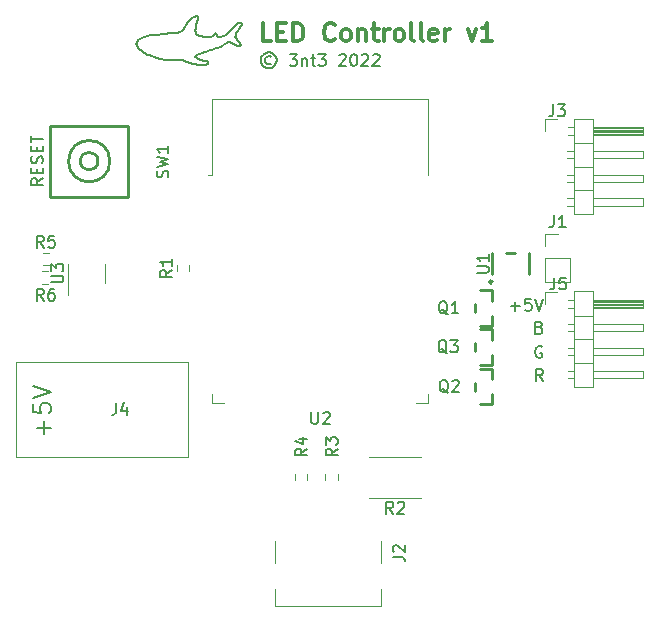
<source format=gbr>
%TF.GenerationSoftware,KiCad,Pcbnew,(6.0.7)*%
%TF.CreationDate,2022-09-29T21:15:40+02:00*%
%TF.ProjectId,ledpcb,6c656470-6362-42e6-9b69-6361645f7063,rev?*%
%TF.SameCoordinates,Original*%
%TF.FileFunction,Legend,Top*%
%TF.FilePolarity,Positive*%
%FSLAX46Y46*%
G04 Gerber Fmt 4.6, Leading zero omitted, Abs format (unit mm)*
G04 Created by KiCad (PCBNEW (6.0.7)) date 2022-09-29 21:15:40*
%MOMM*%
%LPD*%
G01*
G04 APERTURE LIST*
%ADD10C,0.199999*%
%ADD11C,0.150000*%
%ADD12C,0.300000*%
%ADD13C,0.120000*%
%ADD14C,0.250000*%
G04 APERTURE END LIST*
D10*
X116133267Y-77526079D02*
X116136899Y-77557193D01*
X115653959Y-76575602D02*
X115717544Y-76515831D01*
X111940646Y-77978582D02*
X112011477Y-77961939D01*
X120036168Y-76882838D02*
X120042633Y-76899526D01*
X119968759Y-78680366D02*
X119968759Y-78680366D01*
X116237958Y-77784725D02*
X116261493Y-77809633D01*
X119666318Y-77595068D02*
X119634036Y-77650910D01*
X119740215Y-78779913D02*
X119711765Y-78774944D01*
X115198763Y-77251729D02*
X115210456Y-77225639D01*
X111783970Y-79356673D02*
X111768615Y-79350037D01*
X119733580Y-76844322D02*
X119758042Y-76834296D01*
X119576585Y-76991173D02*
X119590392Y-76966274D01*
X116510519Y-80379333D02*
X116510603Y-80379577D01*
X112001019Y-79496087D02*
X111973097Y-79476334D01*
X118929400Y-78468326D02*
X118900928Y-78472806D01*
X116320101Y-76291772D02*
X116339159Y-76305656D01*
X111139090Y-78573595D02*
X111138965Y-78550114D01*
X111138965Y-78550114D02*
X111141101Y-78526831D01*
X119634036Y-77650910D02*
X119604540Y-77707266D01*
X114424666Y-77691536D02*
X114491293Y-77684662D01*
X114424666Y-77691536D02*
X114424666Y-77691536D01*
X116374941Y-79887922D02*
X116428239Y-79914327D01*
X115210456Y-77225639D02*
X115220827Y-77198883D01*
X116482487Y-79939167D02*
X116537757Y-79962260D01*
X114863319Y-77573102D02*
X114917813Y-77543285D01*
X116149402Y-77617984D02*
X116158527Y-77647546D01*
X116200041Y-76253982D02*
X116237135Y-76260570D01*
X116190360Y-77074346D02*
X116162786Y-77202277D01*
X116112059Y-79637518D02*
X116098770Y-79653888D01*
X117062463Y-80359985D02*
X117038571Y-80368038D01*
X111263936Y-78310393D02*
X111284074Y-78290933D01*
X111368237Y-79023026D02*
X111331529Y-78985087D01*
X116349678Y-77878268D02*
X116385355Y-77898926D01*
X116169737Y-77676476D02*
X116183158Y-77704716D01*
X116204763Y-80354706D02*
X116129218Y-80344328D01*
X111146544Y-78621054D02*
X111141582Y-78597250D01*
X115616648Y-80222631D02*
X115546386Y-80197976D01*
X119624093Y-76922117D02*
X119643547Y-76902847D01*
X114051314Y-79994407D02*
X114051314Y-79994407D01*
X115035151Y-80006052D02*
X114955686Y-79992442D01*
X119951894Y-78705283D02*
X119933446Y-78726386D01*
X116232304Y-76809286D02*
X116224353Y-76835033D01*
X117030304Y-80063267D02*
X117061002Y-80067946D01*
X117815549Y-77713733D02*
X117832060Y-77709375D01*
X116831868Y-80045235D02*
X116894731Y-80054073D01*
X119949227Y-78635834D02*
X119959471Y-78657946D01*
X116594118Y-79983426D02*
X116651639Y-80002487D01*
X116217142Y-77758898D02*
X116237958Y-77784725D01*
X119524655Y-77970637D02*
X119522828Y-78001205D01*
X112420194Y-79657789D02*
X112195201Y-79588066D01*
X111230025Y-78838882D02*
X111219900Y-78815872D01*
X115895903Y-76383971D02*
X115935222Y-76361118D01*
X116928694Y-80382193D02*
X116898010Y-80380467D01*
X117105449Y-80339513D02*
X117084780Y-80350426D01*
X115341216Y-80112625D02*
X115341216Y-80112625D01*
X115832306Y-80285516D02*
X115759662Y-80266380D01*
X116510603Y-80379577D02*
X116433701Y-80375812D01*
X111267534Y-78904474D02*
X111253914Y-78883151D01*
X119767930Y-78782719D02*
X119740215Y-78779913D01*
X111284074Y-78290933D02*
X111305223Y-78271969D01*
X111829204Y-79379822D02*
X111799181Y-79363883D01*
X111170180Y-78436186D02*
X111182062Y-78414269D01*
X119968759Y-78680366D02*
X119951894Y-78705283D01*
X119531235Y-78024804D02*
X119540654Y-78048020D01*
X116087459Y-79670852D02*
X116078241Y-79688435D01*
X116198917Y-77732209D02*
X116217142Y-77758898D01*
X116599439Y-80380833D02*
X116510519Y-80379333D01*
X113330731Y-79932399D02*
X113214743Y-79904984D01*
X113685027Y-79989098D02*
X113565754Y-79975078D01*
X119840722Y-78467244D02*
X119871355Y-78508329D01*
X111282177Y-78925298D02*
X111267534Y-78904474D01*
X115538317Y-76704392D02*
X115594324Y-76638625D01*
X119926132Y-78592440D02*
X119949227Y-78635834D01*
X117061002Y-80067946D02*
X117088529Y-80074424D01*
X119808628Y-78426559D02*
X119840722Y-78467244D01*
X116959105Y-80059906D02*
X116996363Y-80060537D01*
X115102987Y-77393901D02*
X115139533Y-77349291D01*
X116770444Y-80033571D02*
X116831868Y-80045235D01*
X111211081Y-78792237D02*
X111203640Y-78767947D01*
X116140164Y-77332953D02*
X116133246Y-77398173D01*
X111665884Y-78064512D02*
X111733049Y-78039612D01*
X112011477Y-77961939D02*
X112154866Y-77932664D01*
X117954527Y-77950403D02*
X117969696Y-77967117D01*
X118287961Y-78835524D02*
X118259489Y-78846063D01*
X114794165Y-79977035D02*
X114712379Y-79974145D01*
X117587529Y-77910954D02*
X117670035Y-77828836D01*
X119758042Y-76834296D02*
X119782845Y-76826099D01*
X117745878Y-77757162D02*
X117763855Y-77742962D01*
X117170190Y-80285311D02*
X117156840Y-80300143D01*
X112028785Y-79515019D02*
X112001019Y-79496087D01*
X118845204Y-78488057D02*
X118817880Y-78498499D01*
X111858738Y-79397437D02*
X111829204Y-79379822D01*
X120046459Y-76938075D02*
X120043380Y-76959922D01*
X116061195Y-76300745D02*
X116105993Y-76283561D01*
X118355289Y-77980570D02*
X118427754Y-77960617D01*
X111141582Y-78597250D02*
X111139090Y-78573595D01*
X117933984Y-77907937D02*
X117942548Y-77930724D01*
X116017828Y-76319442D02*
X116061195Y-76300745D01*
X119942717Y-77151556D02*
X119912796Y-77207869D01*
X116651639Y-80002487D02*
X116710392Y-80019262D01*
X114746656Y-77623329D02*
X114806163Y-77599801D01*
X116366474Y-76489710D02*
X116358112Y-76514915D01*
X117864048Y-77710405D02*
X117879540Y-77716350D01*
X116600134Y-77967918D02*
X116656119Y-77981049D01*
X116433701Y-80375812D02*
X116357058Y-80370426D01*
X115185785Y-77277146D02*
X115198763Y-77251729D01*
X120036680Y-76983475D02*
X120026138Y-77008727D01*
X117879540Y-77716350D02*
X117894707Y-77726285D01*
X116354340Y-76321116D02*
X116365895Y-76338055D01*
X119664443Y-76885439D02*
X119686560Y-76869887D01*
X112590155Y-77858445D02*
X112733745Y-77831398D01*
X119522828Y-78001205D02*
X119531235Y-78024804D01*
X114969336Y-77510403D02*
X115017579Y-77474510D01*
X117371190Y-79173929D02*
X117193296Y-79225282D01*
X113447695Y-79955971D02*
X113330731Y-79932399D01*
X111753110Y-79344028D02*
X111737449Y-79338699D01*
X111219900Y-78815872D02*
X111211081Y-78792237D01*
X118085550Y-78011303D02*
X118115156Y-78013275D01*
X116886043Y-78019245D02*
X116944489Y-78025570D01*
X119913512Y-78743858D02*
X119892183Y-78757882D01*
X119969262Y-77094612D02*
X119942717Y-77151556D01*
X116958164Y-80381663D02*
X116928694Y-80382193D01*
X117124397Y-80327394D02*
X117105449Y-80339513D01*
X117181530Y-80269874D02*
X117170190Y-80285311D01*
X117832060Y-77709375D02*
X117848224Y-77708173D01*
X118230562Y-78854789D02*
X118230562Y-78854789D01*
X119892183Y-78757882D02*
X119869555Y-78768643D01*
X116830138Y-79311546D02*
X116783053Y-79332595D01*
X119686560Y-76869887D02*
X119709679Y-76856183D01*
X118398024Y-78778545D02*
X118371009Y-78794683D01*
X115546386Y-80197976D02*
X115477024Y-80171438D01*
X111498306Y-78141091D02*
X111549392Y-78115067D01*
X115717544Y-76515831D02*
X115785402Y-76459821D01*
X118730688Y-77845115D02*
X119576585Y-76991173D01*
X112299751Y-77907025D02*
X112445169Y-77882970D01*
X114712379Y-79974145D02*
X114630090Y-79973736D01*
X117798683Y-77720969D02*
X117815549Y-77713733D01*
X116136899Y-77557193D02*
X116142235Y-77587847D01*
X116328998Y-79500554D02*
X116276089Y-79524697D01*
X117543623Y-77950366D02*
X117587529Y-77910954D01*
X115113571Y-80024329D02*
X115035151Y-80006052D01*
X118817880Y-78498499D02*
X118790865Y-78510597D01*
X115408616Y-80142995D02*
X115341216Y-80112625D01*
X118316014Y-78823338D02*
X118287961Y-78835524D01*
X114685106Y-77643632D02*
X114746656Y-77623329D01*
X112167209Y-79582799D02*
X112153283Y-79578896D01*
X114630090Y-79973736D02*
X114547432Y-79975260D01*
X117400558Y-78035314D02*
X117425629Y-78026246D01*
X117191152Y-80142653D02*
X117198511Y-80157517D01*
X119845561Y-77319109D02*
X119700703Y-77539612D01*
X116158527Y-77647546D02*
X116169737Y-77676476D01*
X118628557Y-77889832D02*
X118683990Y-77866455D01*
X111193179Y-78717270D02*
X111177294Y-78693116D01*
X113099613Y-79874349D02*
X112871450Y-79805911D01*
X119782845Y-76826099D02*
X119807769Y-76819724D01*
X114955686Y-79992442D02*
X114875313Y-79982952D01*
X116783053Y-79332595D02*
X116731716Y-79353133D01*
X119561780Y-78724079D02*
X119499932Y-78695014D01*
X116252220Y-76756396D02*
X116241677Y-76783041D01*
X119711765Y-78774944D02*
X119682674Y-78767996D01*
X117892157Y-78992938D02*
X117720451Y-79057262D01*
X114381551Y-79981924D02*
X114215818Y-79989764D01*
X119904273Y-76812303D02*
X119926501Y-76814935D01*
X114051314Y-79994407D02*
X113927688Y-79999385D01*
X112153283Y-79578896D02*
X112139394Y-79574214D01*
X116183158Y-77704716D02*
X116198917Y-77732209D01*
X116821799Y-80378843D02*
X116777368Y-80380461D01*
X111397845Y-78201570D02*
X111447512Y-78169991D01*
X111737449Y-79338699D02*
X111699806Y-79302899D01*
X118115156Y-78013275D02*
X118146385Y-78013297D01*
X115785402Y-76459821D02*
X115821033Y-76433386D01*
X119578516Y-77764263D02*
X119556647Y-77822028D01*
X115062232Y-77435658D02*
X115102987Y-77393901D01*
X116054147Y-80332242D02*
X115979602Y-80318426D01*
X116381333Y-76396751D02*
X116380911Y-76418614D01*
X116385355Y-77898926D02*
X116385355Y-77898926D01*
X116731716Y-79353133D02*
X116619890Y-79393534D01*
X118259489Y-78846063D02*
X118230562Y-78854789D01*
X111297771Y-78945654D02*
X111282177Y-78925298D01*
X119676136Y-78264142D02*
X119742154Y-78345655D01*
X119587152Y-78137506D02*
X119614774Y-78180546D01*
X114491293Y-77684662D02*
X114557115Y-77674352D01*
X111576113Y-79199101D02*
X111490373Y-79130389D01*
X119048207Y-78475237D02*
X119017695Y-78469454D01*
X119551022Y-78070875D02*
X119562271Y-78093392D01*
X117013002Y-79271319D02*
X116830138Y-79311546D01*
X111916562Y-79436030D02*
X111887839Y-79416312D01*
X112125535Y-79568808D02*
X112111699Y-79562728D01*
X116339159Y-76305656D02*
X116354340Y-76321116D01*
X116182749Y-79577431D02*
X116144122Y-79606449D01*
X111350137Y-78235629D02*
X111397845Y-78201570D01*
X111210632Y-78371503D02*
X111227111Y-78350703D01*
X115017579Y-77474510D02*
X115062232Y-77435658D01*
X119709679Y-76856183D02*
X119733580Y-76844322D01*
X116211560Y-76908296D02*
X116211823Y-76931062D01*
X116105993Y-76283561D02*
X116152262Y-76267952D01*
X117938341Y-77782814D02*
X117938341Y-77782814D01*
X111331529Y-78985087D02*
X111297771Y-78945654D01*
X111973097Y-79476334D02*
X111916562Y-79436030D01*
X119533136Y-77910395D02*
X119528119Y-77940372D01*
X117969696Y-77967117D02*
X117987830Y-77981013D01*
X119604540Y-77707266D02*
X119578516Y-77764263D01*
X111164296Y-78669012D02*
X111154080Y-78644983D01*
X117931011Y-77819481D02*
X117927991Y-77852460D01*
X116944489Y-78025570D02*
X117061798Y-78034853D01*
X116378126Y-76441460D02*
X116373229Y-76465192D01*
X116385355Y-77898926D02*
X116437463Y-77918788D01*
X115341216Y-80112625D02*
X115266739Y-80077069D01*
X116317226Y-77856462D02*
X116349678Y-77878268D01*
X116732904Y-80381327D02*
X116688420Y-80381585D01*
X119017695Y-78469454D02*
X118987747Y-78466485D01*
X117348882Y-78045116D02*
X117374978Y-78041697D01*
X113805632Y-79997408D02*
X113685027Y-79989098D01*
X116894731Y-80054073D02*
X116959105Y-80059906D01*
X117205329Y-80205090D02*
X117202758Y-80221442D01*
X117203278Y-80172977D02*
X117205527Y-80188885D01*
X118008707Y-77992235D02*
X118032102Y-78000927D01*
X116211823Y-76931062D02*
X116214770Y-76952835D01*
X112181180Y-79585873D02*
X112167209Y-79582799D01*
X117894707Y-77726285D02*
X117909558Y-77740488D01*
X119539620Y-77880689D02*
X119533136Y-77910395D01*
X111177294Y-78693116D02*
X111164296Y-78669012D01*
X120043380Y-76959922D02*
X120036680Y-76983475D01*
X116619890Y-79393534D02*
X116501870Y-79434457D01*
X116162786Y-77202277D02*
X116150349Y-77267501D01*
X117546852Y-79117758D02*
X117371190Y-79173929D01*
X118958328Y-78466164D02*
X118929400Y-78468326D01*
X112084070Y-79548756D02*
X112056450Y-79532714D01*
X113578034Y-77756037D02*
X114000892Y-77721597D01*
X120001210Y-76843201D02*
X120015237Y-76854668D01*
X118730688Y-77845115D02*
X118730688Y-77845115D01*
X119871355Y-78508329D02*
X119900000Y-78550000D01*
X115594324Y-76638625D02*
X115653959Y-76575602D01*
X119317812Y-78597007D02*
X119260755Y-78565627D01*
X117013175Y-80374435D02*
X116986348Y-80379027D01*
X117781455Y-77730804D02*
X117798683Y-77720969D01*
X114547432Y-79975260D02*
X114381551Y-79981924D01*
X119820777Y-78781108D02*
X119794815Y-78783178D01*
X116078241Y-79688435D02*
X116071226Y-79706665D01*
X119700703Y-77539612D02*
X119666318Y-77595068D01*
X119111070Y-78495903D02*
X119111070Y-78495903D01*
X119742154Y-78345655D02*
X119808628Y-78426559D01*
X119947528Y-76819347D02*
X119967136Y-76825533D01*
X116071226Y-79706665D02*
X116071226Y-79706665D01*
X119969262Y-77094612D02*
X119969262Y-77094612D01*
X117152806Y-80103147D02*
X117168372Y-80115318D01*
X114557115Y-77674352D02*
X114621822Y-77660657D01*
X116200041Y-76253982D02*
X116200041Y-76253982D01*
X116098770Y-79653888D02*
X116087459Y-79670852D01*
X119576585Y-76991173D02*
X119576585Y-76991173D01*
X115477024Y-80171438D02*
X115408616Y-80142995D01*
X119528119Y-77940372D02*
X119524655Y-77970637D01*
X115344138Y-76984732D02*
X115388849Y-76913073D01*
X116270922Y-79831130D02*
X116322526Y-79860129D01*
X119832594Y-76815163D02*
X119857100Y-76812411D01*
X116261493Y-77809633D02*
X116287873Y-77833565D01*
X116428239Y-79914327D02*
X116482487Y-79939167D01*
X115979602Y-80318426D02*
X115905638Y-80302858D01*
X118371009Y-78794683D02*
X118343685Y-78809669D01*
X116224353Y-76835033D02*
X116218078Y-76860183D01*
X120046137Y-76917940D02*
X120046459Y-76938075D01*
X117450199Y-78014771D02*
X117474275Y-78001167D01*
X114621822Y-77660657D02*
X114685106Y-77643632D01*
X117848224Y-77708173D02*
X117864048Y-77710405D01*
X115220827Y-77198883D02*
X115301445Y-77056592D01*
X119807769Y-76819724D02*
X119832594Y-76815163D01*
X116373229Y-76465192D02*
X116366474Y-76489710D01*
X116866187Y-80376335D02*
X116866187Y-80376335D01*
X116384866Y-79477608D02*
X116328998Y-79500554D01*
X119260755Y-78565627D02*
X119206778Y-78537338D01*
X115857854Y-76408081D02*
X115895903Y-76383971D01*
X112195201Y-79588066D02*
X112195201Y-79588066D01*
X111193179Y-78717270D02*
X111193179Y-78717270D01*
X116269341Y-76269131D02*
X116296912Y-76279564D01*
X111203640Y-78767947D02*
X111197650Y-78742968D01*
X120011535Y-77035672D02*
X119992650Y-77064303D01*
X115190812Y-80047819D02*
X115113571Y-80024329D01*
X117178954Y-78040124D02*
X117295111Y-78041954D01*
X119111070Y-78495903D02*
X119079320Y-78483998D01*
X111733049Y-78039612D02*
X111801311Y-78017162D01*
X117942548Y-77930724D02*
X117954527Y-77950403D01*
X112445169Y-77882970D02*
X112590155Y-77858445D01*
X119622945Y-78748896D02*
X119561780Y-78724079D01*
X116287873Y-77833565D02*
X116317226Y-77856462D01*
X118343685Y-78809669D02*
X118316014Y-78823338D01*
X118179012Y-78011513D02*
X118212814Y-78008068D01*
X111141101Y-78526831D02*
X111145395Y-78503772D01*
X116357058Y-80370426D02*
X116280727Y-80363398D01*
X117193296Y-79225282D02*
X117013002Y-79271319D01*
X116214770Y-76952835D02*
X116190360Y-77074346D01*
X116129218Y-80344328D02*
X116054147Y-80332242D01*
X117763855Y-77742962D02*
X117781455Y-77730804D01*
X118566179Y-77914090D02*
X118628557Y-77889832D01*
X111182062Y-78414269D02*
X111195581Y-78392700D01*
X116510519Y-80379333D02*
X116510519Y-80379333D01*
X111870550Y-77996904D02*
X111940646Y-77978582D01*
X116380911Y-76418614D02*
X116378126Y-76441460D01*
X118872875Y-78479438D02*
X118845204Y-78488057D01*
X117520980Y-77968687D02*
X117543623Y-77950366D01*
X116898010Y-80380467D02*
X116866187Y-80376335D01*
X115687758Y-80245425D02*
X115616648Y-80222631D01*
X118451271Y-78743474D02*
X118398024Y-78778545D01*
X118900928Y-78472806D02*
X118872875Y-78479438D01*
X116152262Y-76267952D02*
X116200041Y-76253982D01*
X116710392Y-80019262D02*
X116770444Y-80033571D01*
X111151742Y-78480962D02*
X111160039Y-78458425D01*
X119967136Y-76825533D02*
X119985103Y-76833487D01*
X119644610Y-78222697D02*
X119676136Y-78264142D01*
X117112956Y-80082550D02*
X117134358Y-80092175D01*
X115975850Y-76339588D02*
X116017828Y-76319442D01*
X111160039Y-78458425D02*
X111170180Y-78436186D01*
X118057791Y-78007235D02*
X118085550Y-78011303D01*
X116379140Y-76375971D02*
X116381333Y-76396751D01*
X116544958Y-77953212D02*
X116600134Y-77967918D01*
X111490373Y-79130389D02*
X111448229Y-79095426D01*
X115388849Y-76913073D02*
X115435902Y-76842125D01*
X112154866Y-77932664D02*
X112299751Y-77907025D01*
X112111699Y-79562728D02*
X112084070Y-79548756D01*
X116490700Y-77936859D02*
X116544958Y-77953212D01*
X114875313Y-79982952D02*
X114794165Y-79977035D01*
X116777368Y-80380461D02*
X116732904Y-80381327D01*
X118987747Y-78466485D02*
X118958328Y-78466164D01*
X116830138Y-79311546D02*
X116830138Y-79311546D01*
X114215818Y-79989764D02*
X114051314Y-79994407D01*
X119562271Y-78093392D02*
X119587152Y-78137506D01*
X111227111Y-78350703D02*
X111244914Y-78330325D01*
X114000892Y-77721597D02*
X114424666Y-77691536D01*
X116127214Y-79621713D02*
X116112059Y-79637518D01*
X118032102Y-78000927D02*
X118057791Y-78007235D01*
X118683990Y-77866455D02*
X118730688Y-77845115D01*
X111197650Y-78742968D02*
X111193179Y-78717270D01*
X117909558Y-77740488D02*
X117924100Y-77759239D01*
X116133246Y-77398173D02*
X116130608Y-77462702D01*
X116996363Y-80060537D02*
X117030304Y-80063267D01*
X115759662Y-80266380D02*
X115687758Y-80245425D01*
X117720451Y-79057262D02*
X117546852Y-79117758D01*
X119857100Y-76812411D02*
X119881067Y-76811460D01*
X111154080Y-78644983D02*
X111146544Y-78621054D01*
X117202758Y-80221442D02*
X117197886Y-80237790D01*
X116656119Y-77981049D02*
X116712809Y-77992675D01*
X118212814Y-78008068D02*
X118283045Y-77996773D01*
X119156632Y-78513607D02*
X119111070Y-78495903D01*
X116374078Y-76356373D02*
X116379140Y-76375971D01*
X115435902Y-76842125D02*
X115485617Y-76772395D01*
X117924100Y-77759239D02*
X117938341Y-77782814D01*
X116358112Y-76514915D02*
X116348397Y-76540709D01*
X112195201Y-79588066D02*
X112181180Y-79585873D01*
X115266739Y-80077069D02*
X115190812Y-80047819D01*
X116365895Y-76338055D02*
X116374078Y-76356373D01*
X116322526Y-79860129D02*
X116374941Y-79887922D01*
X111448229Y-79095426D02*
X111407327Y-79059722D01*
X111599937Y-78092117D02*
X111599937Y-78092117D01*
X119845722Y-78776324D02*
X119820777Y-78781108D01*
X111799181Y-79363883D02*
X111783970Y-79356673D01*
X116218078Y-76860183D02*
X116213729Y-76884637D01*
X112733745Y-77831398D02*
X113578034Y-77756037D01*
X111599937Y-78092117D02*
X111665884Y-78064512D01*
X116227039Y-79550252D02*
X116182749Y-79577431D01*
X118764123Y-78524187D02*
X118711313Y-78555181D01*
X115301445Y-77056592D02*
X115344138Y-76984732D01*
X118427754Y-77960617D02*
X118498647Y-77938071D01*
X117198511Y-80157517D02*
X117203278Y-80172977D01*
X111241387Y-78861297D02*
X111230025Y-78838882D01*
X115905638Y-80302858D02*
X115832306Y-80285516D01*
X111659990Y-79267867D02*
X111576113Y-79199101D01*
X115485617Y-76772395D02*
X115538317Y-76704392D01*
X117987830Y-77981013D02*
X118008707Y-77992235D01*
X112056450Y-79532714D02*
X112028785Y-79515019D01*
X116437463Y-77918788D02*
X116490700Y-77936859D01*
X118659159Y-78590159D02*
X118451271Y-78743474D01*
X117156840Y-80300143D02*
X117141551Y-80314221D01*
X111801311Y-78017162D02*
X111870550Y-77996904D01*
X119933446Y-78726386D02*
X119913512Y-78743858D01*
X119794815Y-78783178D02*
X119767930Y-78782719D01*
X116866187Y-80376335D02*
X116821799Y-80378843D01*
X117061798Y-78034853D02*
X117178954Y-78040124D01*
X118498647Y-77938071D02*
X118566179Y-77914090D01*
X119985103Y-76833487D02*
X120001210Y-76843201D01*
X112139394Y-79574214D02*
X112125535Y-79568808D01*
X111887839Y-79416312D02*
X111858738Y-79397437D01*
X115171561Y-77301883D02*
X115185785Y-77277146D01*
X119590392Y-76966274D02*
X119606302Y-76943257D01*
X111737449Y-79338699D02*
X111737449Y-79338699D01*
X116213729Y-76884637D02*
X116211560Y-76908296D01*
X111407327Y-79059722D02*
X111368237Y-79023026D01*
X116169870Y-79770232D02*
X116270922Y-79831130D01*
X116241677Y-76783041D02*
X116232304Y-76809286D01*
X119992650Y-77064303D02*
X119969262Y-77094612D01*
X111145395Y-78503772D02*
X111151742Y-78480962D01*
X117134358Y-80092175D02*
X117152806Y-80103147D01*
X120026138Y-77008727D02*
X120011535Y-77035672D01*
X119606302Y-76943257D02*
X119624093Y-76922117D01*
X118146385Y-78013297D02*
X118179012Y-78011513D01*
X116150349Y-77267501D02*
X116140164Y-77332953D01*
X115220827Y-77198883D02*
X115220827Y-77198883D01*
X114806163Y-77599801D02*
X114863319Y-77573102D01*
X117374978Y-78041697D02*
X117400558Y-78035314D01*
X119869555Y-78768643D02*
X119845722Y-78776324D01*
X117181130Y-80128537D02*
X117191152Y-80142653D01*
X116537757Y-79962260D02*
X116594118Y-79983426D01*
X116712809Y-77992675D02*
X116770096Y-78002869D01*
X117141551Y-80314221D02*
X117124397Y-80327394D01*
X119959471Y-78657946D02*
X119968759Y-78680366D01*
X119653036Y-78759252D02*
X119622945Y-78748896D01*
X111699806Y-79302899D02*
X111659990Y-79267867D01*
X116214770Y-76952835D02*
X116214770Y-76952835D01*
X120026963Y-76867883D02*
X120036168Y-76882838D01*
X116142235Y-77587847D02*
X116149402Y-77617984D01*
X116688420Y-80381585D02*
X116599439Y-80380833D01*
X116986348Y-80379027D02*
X116958164Y-80381663D01*
X119522828Y-78001205D02*
X119522828Y-78001205D01*
X119900000Y-78550000D02*
X119926132Y-78592440D01*
X117474275Y-78001167D02*
X117497867Y-77985713D01*
X112733745Y-77831398D02*
X112733745Y-77831398D01*
X117670035Y-77828836D02*
X117708759Y-77790581D01*
X117197886Y-80237790D02*
X117190786Y-80253984D01*
X117295111Y-78041954D02*
X117295111Y-78041954D01*
X112645293Y-79732064D02*
X112420194Y-79657789D01*
X117084780Y-80350426D02*
X117062463Y-80359985D01*
X116770096Y-78002869D02*
X116827876Y-78011701D01*
X119079320Y-78483998D02*
X119048207Y-78475237D01*
X118283045Y-77996773D02*
X118355289Y-77980570D01*
X118790865Y-78510597D02*
X118764123Y-78524187D01*
X116130608Y-77462702D02*
X116133267Y-77526079D01*
X111195581Y-78392700D02*
X111210632Y-78371503D01*
X113565754Y-79975078D02*
X113447695Y-79955971D01*
X119926501Y-76814935D02*
X119947528Y-76819347D01*
X116296912Y-76279564D02*
X116320101Y-76291772D01*
X111447512Y-78169991D02*
X111498306Y-78141091D01*
X117168372Y-80115318D02*
X117181130Y-80128537D01*
X115139533Y-77349291D02*
X115171561Y-77301883D01*
X116237135Y-76260570D02*
X116269341Y-76269131D01*
X111305223Y-78271969D02*
X111350137Y-78235629D01*
X116348397Y-76540709D02*
X116252220Y-76756396D01*
X117038571Y-80368038D02*
X117013175Y-80374435D01*
X117205527Y-80188885D02*
X117205329Y-80205090D01*
X118230562Y-78854789D02*
X118062137Y-78925282D01*
X117927991Y-77852460D02*
X117929057Y-77881898D01*
X116276089Y-79524697D02*
X116227039Y-79550252D01*
X111253914Y-78883151D02*
X111241387Y-78861297D01*
X116501870Y-79434457D02*
X116384866Y-79477608D01*
X117938341Y-77782814D02*
X117931011Y-77819481D01*
X116827876Y-78011701D02*
X116886043Y-78019245D01*
X117295111Y-78041954D02*
X117322262Y-78045295D01*
X119438153Y-78663169D02*
X119317812Y-78597007D01*
X117497867Y-77985713D02*
X117520980Y-77968687D01*
X119614774Y-78180546D02*
X119644610Y-78222697D01*
X114917813Y-77543285D02*
X114969336Y-77510403D01*
X117190786Y-80253984D02*
X117181530Y-80269874D01*
X120015237Y-76854668D02*
X120026963Y-76867883D01*
X116280727Y-80363398D02*
X116204763Y-80354706D01*
X115821033Y-76433386D02*
X115857854Y-76408081D01*
X117088529Y-80074424D02*
X117112956Y-80082550D01*
X111549392Y-78115067D02*
X111599937Y-78092117D01*
X119540654Y-78048020D02*
X119551022Y-78070875D01*
X119682674Y-78767996D02*
X119653036Y-78759252D01*
X116144122Y-79606449D02*
X116127214Y-79621713D01*
X111768615Y-79350037D02*
X111753110Y-79344028D01*
X118062137Y-78925282D02*
X117892157Y-78992938D01*
X119499932Y-78695014D02*
X119438153Y-78663169D01*
X119547486Y-77851239D02*
X119539620Y-77880689D01*
X113927688Y-79999385D02*
X113805632Y-79997408D01*
X116959105Y-80059906D02*
X116959105Y-80059906D01*
X119556647Y-77822028D02*
X119547486Y-77851239D01*
X120042633Y-76899526D02*
X120046137Y-76917940D01*
X119881067Y-76811460D02*
X119904273Y-76812303D01*
X119643547Y-76902847D02*
X119664443Y-76885439D01*
X113214743Y-79904984D02*
X113099613Y-79874349D01*
X115935222Y-76361118D02*
X115975850Y-76339588D01*
X116071226Y-79706665D02*
X116169870Y-79770232D01*
X111244914Y-78330325D02*
X111263936Y-78310393D01*
X117425629Y-78026246D02*
X117450199Y-78014771D01*
X118711313Y-78555181D02*
X118659159Y-78590159D01*
X112871450Y-79805911D02*
X112645293Y-79732064D01*
X119912796Y-77207869D02*
X119880182Y-77263677D01*
X117708759Y-77790581D02*
X117745878Y-77757162D01*
X117322262Y-78045295D02*
X117348882Y-78045116D01*
X119206778Y-78537338D02*
X119156632Y-78513607D01*
X119880182Y-77263677D02*
X119845561Y-77319109D01*
X117929057Y-77881898D02*
X117933984Y-77907937D01*
D11*
X145246428Y-102628571D02*
X145389285Y-102676190D01*
X145436904Y-102723809D01*
X145484523Y-102819047D01*
X145484523Y-102961904D01*
X145436904Y-103057142D01*
X145389285Y-103104761D01*
X145294047Y-103152380D01*
X144913095Y-103152380D01*
X144913095Y-102152380D01*
X145246428Y-102152380D01*
X145341666Y-102200000D01*
X145389285Y-102247619D01*
X145436904Y-102342857D01*
X145436904Y-102438095D01*
X145389285Y-102533333D01*
X145341666Y-102580952D01*
X145246428Y-102628571D01*
X144913095Y-102628571D01*
D12*
X122566428Y-78378571D02*
X121852142Y-78378571D01*
X121852142Y-76878571D01*
X123066428Y-77592857D02*
X123566428Y-77592857D01*
X123780714Y-78378571D02*
X123066428Y-78378571D01*
X123066428Y-76878571D01*
X123780714Y-76878571D01*
X124423571Y-78378571D02*
X124423571Y-76878571D01*
X124780714Y-76878571D01*
X124995000Y-76950000D01*
X125137857Y-77092857D01*
X125209285Y-77235714D01*
X125280714Y-77521428D01*
X125280714Y-77735714D01*
X125209285Y-78021428D01*
X125137857Y-78164285D01*
X124995000Y-78307142D01*
X124780714Y-78378571D01*
X124423571Y-78378571D01*
X127923571Y-78235714D02*
X127852142Y-78307142D01*
X127637857Y-78378571D01*
X127495000Y-78378571D01*
X127280714Y-78307142D01*
X127137857Y-78164285D01*
X127066428Y-78021428D01*
X126995000Y-77735714D01*
X126995000Y-77521428D01*
X127066428Y-77235714D01*
X127137857Y-77092857D01*
X127280714Y-76950000D01*
X127495000Y-76878571D01*
X127637857Y-76878571D01*
X127852142Y-76950000D01*
X127923571Y-77021428D01*
X128780714Y-78378571D02*
X128637857Y-78307142D01*
X128566428Y-78235714D01*
X128495000Y-78092857D01*
X128495000Y-77664285D01*
X128566428Y-77521428D01*
X128637857Y-77450000D01*
X128780714Y-77378571D01*
X128995000Y-77378571D01*
X129137857Y-77450000D01*
X129209285Y-77521428D01*
X129280714Y-77664285D01*
X129280714Y-78092857D01*
X129209285Y-78235714D01*
X129137857Y-78307142D01*
X128995000Y-78378571D01*
X128780714Y-78378571D01*
X129923571Y-77378571D02*
X129923571Y-78378571D01*
X129923571Y-77521428D02*
X129995000Y-77450000D01*
X130137857Y-77378571D01*
X130352142Y-77378571D01*
X130495000Y-77450000D01*
X130566428Y-77592857D01*
X130566428Y-78378571D01*
X131066428Y-77378571D02*
X131637857Y-77378571D01*
X131280714Y-76878571D02*
X131280714Y-78164285D01*
X131352142Y-78307142D01*
X131495000Y-78378571D01*
X131637857Y-78378571D01*
X132137857Y-78378571D02*
X132137857Y-77378571D01*
X132137857Y-77664285D02*
X132209285Y-77521428D01*
X132280714Y-77450000D01*
X132423571Y-77378571D01*
X132566428Y-77378571D01*
X133280714Y-78378571D02*
X133137857Y-78307142D01*
X133066428Y-78235714D01*
X132995000Y-78092857D01*
X132995000Y-77664285D01*
X133066428Y-77521428D01*
X133137857Y-77450000D01*
X133280714Y-77378571D01*
X133495000Y-77378571D01*
X133637857Y-77450000D01*
X133709285Y-77521428D01*
X133780714Y-77664285D01*
X133780714Y-78092857D01*
X133709285Y-78235714D01*
X133637857Y-78307142D01*
X133495000Y-78378571D01*
X133280714Y-78378571D01*
X134637857Y-78378571D02*
X134495000Y-78307142D01*
X134423571Y-78164285D01*
X134423571Y-76878571D01*
X135423571Y-78378571D02*
X135280714Y-78307142D01*
X135209285Y-78164285D01*
X135209285Y-76878571D01*
X136566428Y-78307142D02*
X136423571Y-78378571D01*
X136137857Y-78378571D01*
X135995000Y-78307142D01*
X135923571Y-78164285D01*
X135923571Y-77592857D01*
X135995000Y-77450000D01*
X136137857Y-77378571D01*
X136423571Y-77378571D01*
X136566428Y-77450000D01*
X136637857Y-77592857D01*
X136637857Y-77735714D01*
X135923571Y-77878571D01*
X137280714Y-78378571D02*
X137280714Y-77378571D01*
X137280714Y-77664285D02*
X137352142Y-77521428D01*
X137423571Y-77450000D01*
X137566428Y-77378571D01*
X137709285Y-77378571D01*
X139209285Y-77378571D02*
X139566428Y-78378571D01*
X139923571Y-77378571D01*
X141280714Y-78378571D02*
X140423571Y-78378571D01*
X140852142Y-78378571D02*
X140852142Y-76878571D01*
X140709285Y-77092857D01*
X140566428Y-77235714D01*
X140423571Y-77307142D01*
D11*
X103227380Y-90002380D02*
X102751190Y-90335714D01*
X103227380Y-90573809D02*
X102227380Y-90573809D01*
X102227380Y-90192857D01*
X102275000Y-90097619D01*
X102322619Y-90050000D01*
X102417857Y-90002380D01*
X102560714Y-90002380D01*
X102655952Y-90050000D01*
X102703571Y-90097619D01*
X102751190Y-90192857D01*
X102751190Y-90573809D01*
X102703571Y-89573809D02*
X102703571Y-89240476D01*
X103227380Y-89097619D02*
X103227380Y-89573809D01*
X102227380Y-89573809D01*
X102227380Y-89097619D01*
X103179761Y-88716666D02*
X103227380Y-88573809D01*
X103227380Y-88335714D01*
X103179761Y-88240476D01*
X103132142Y-88192857D01*
X103036904Y-88145238D01*
X102941666Y-88145238D01*
X102846428Y-88192857D01*
X102798809Y-88240476D01*
X102751190Y-88335714D01*
X102703571Y-88526190D01*
X102655952Y-88621428D01*
X102608333Y-88669047D01*
X102513095Y-88716666D01*
X102417857Y-88716666D01*
X102322619Y-88669047D01*
X102275000Y-88621428D01*
X102227380Y-88526190D01*
X102227380Y-88288095D01*
X102275000Y-88145238D01*
X102703571Y-87716666D02*
X102703571Y-87383333D01*
X103227380Y-87240476D02*
X103227380Y-87716666D01*
X102227380Y-87716666D01*
X102227380Y-87240476D01*
X102227380Y-86954761D02*
X102227380Y-86383333D01*
X103227380Y-86669047D02*
X102227380Y-86669047D01*
X145559523Y-107152380D02*
X145226190Y-106676190D01*
X144988095Y-107152380D02*
X144988095Y-106152380D01*
X145369047Y-106152380D01*
X145464285Y-106200000D01*
X145511904Y-106247619D01*
X145559523Y-106342857D01*
X145559523Y-106485714D01*
X145511904Y-106580952D01*
X145464285Y-106628571D01*
X145369047Y-106676190D01*
X144988095Y-106676190D01*
X145461904Y-104250000D02*
X145366666Y-104202380D01*
X145223809Y-104202380D01*
X145080952Y-104250000D01*
X144985714Y-104345238D01*
X144938095Y-104440476D01*
X144890476Y-104630952D01*
X144890476Y-104773809D01*
X144938095Y-104964285D01*
X144985714Y-105059523D01*
X145080952Y-105154761D01*
X145223809Y-105202380D01*
X145319047Y-105202380D01*
X145461904Y-105154761D01*
X145509523Y-105107142D01*
X145509523Y-104773809D01*
X145319047Y-104773809D01*
X122533333Y-79715476D02*
X122438095Y-79667857D01*
X122247619Y-79667857D01*
X122152380Y-79715476D01*
X122057142Y-79810714D01*
X122009523Y-79905952D01*
X122009523Y-80096428D01*
X122057142Y-80191666D01*
X122152380Y-80286904D01*
X122247619Y-80334523D01*
X122438095Y-80334523D01*
X122533333Y-80286904D01*
X122342857Y-79334523D02*
X122104761Y-79382142D01*
X121866666Y-79525000D01*
X121723809Y-79763095D01*
X121676190Y-80001190D01*
X121723809Y-80239285D01*
X121866666Y-80477380D01*
X122104761Y-80620238D01*
X122342857Y-80667857D01*
X122580952Y-80620238D01*
X122819047Y-80477380D01*
X122961904Y-80239285D01*
X123009523Y-80001190D01*
X122961904Y-79763095D01*
X122819047Y-79525000D01*
X122580952Y-79382142D01*
X122342857Y-79334523D01*
X124104761Y-79477380D02*
X124723809Y-79477380D01*
X124390476Y-79858333D01*
X124533333Y-79858333D01*
X124628571Y-79905952D01*
X124676190Y-79953571D01*
X124723809Y-80048809D01*
X124723809Y-80286904D01*
X124676190Y-80382142D01*
X124628571Y-80429761D01*
X124533333Y-80477380D01*
X124247619Y-80477380D01*
X124152380Y-80429761D01*
X124104761Y-80382142D01*
X125152380Y-79810714D02*
X125152380Y-80477380D01*
X125152380Y-79905952D02*
X125200000Y-79858333D01*
X125295238Y-79810714D01*
X125438095Y-79810714D01*
X125533333Y-79858333D01*
X125580952Y-79953571D01*
X125580952Y-80477380D01*
X125914285Y-79810714D02*
X126295238Y-79810714D01*
X126057142Y-79477380D02*
X126057142Y-80334523D01*
X126104761Y-80429761D01*
X126200000Y-80477380D01*
X126295238Y-80477380D01*
X126533333Y-79477380D02*
X127152380Y-79477380D01*
X126819047Y-79858333D01*
X126961904Y-79858333D01*
X127057142Y-79905952D01*
X127104761Y-79953571D01*
X127152380Y-80048809D01*
X127152380Y-80286904D01*
X127104761Y-80382142D01*
X127057142Y-80429761D01*
X126961904Y-80477380D01*
X126676190Y-80477380D01*
X126580952Y-80429761D01*
X126533333Y-80382142D01*
X128295238Y-79572619D02*
X128342857Y-79525000D01*
X128438095Y-79477380D01*
X128676190Y-79477380D01*
X128771428Y-79525000D01*
X128819047Y-79572619D01*
X128866666Y-79667857D01*
X128866666Y-79763095D01*
X128819047Y-79905952D01*
X128247619Y-80477380D01*
X128866666Y-80477380D01*
X129485714Y-79477380D02*
X129580952Y-79477380D01*
X129676190Y-79525000D01*
X129723809Y-79572619D01*
X129771428Y-79667857D01*
X129819047Y-79858333D01*
X129819047Y-80096428D01*
X129771428Y-80286904D01*
X129723809Y-80382142D01*
X129676190Y-80429761D01*
X129580952Y-80477380D01*
X129485714Y-80477380D01*
X129390476Y-80429761D01*
X129342857Y-80382142D01*
X129295238Y-80286904D01*
X129247619Y-80096428D01*
X129247619Y-79858333D01*
X129295238Y-79667857D01*
X129342857Y-79572619D01*
X129390476Y-79525000D01*
X129485714Y-79477380D01*
X130200000Y-79572619D02*
X130247619Y-79525000D01*
X130342857Y-79477380D01*
X130580952Y-79477380D01*
X130676190Y-79525000D01*
X130723809Y-79572619D01*
X130771428Y-79667857D01*
X130771428Y-79763095D01*
X130723809Y-79905952D01*
X130152380Y-80477380D01*
X130771428Y-80477380D01*
X131152380Y-79572619D02*
X131200000Y-79525000D01*
X131295238Y-79477380D01*
X131533333Y-79477380D01*
X131628571Y-79525000D01*
X131676190Y-79572619D01*
X131723809Y-79667857D01*
X131723809Y-79763095D01*
X131676190Y-79905952D01*
X131104761Y-80477380D01*
X131723809Y-80477380D01*
X103307142Y-111678571D02*
X103307142Y-110535714D01*
X103878571Y-111107142D02*
X102735714Y-111107142D01*
X102378571Y-109107142D02*
X102378571Y-109821428D01*
X103092857Y-109892857D01*
X103021428Y-109821428D01*
X102950000Y-109678571D01*
X102950000Y-109321428D01*
X103021428Y-109178571D01*
X103092857Y-109107142D01*
X103235714Y-109035714D01*
X103592857Y-109035714D01*
X103735714Y-109107142D01*
X103807142Y-109178571D01*
X103878571Y-109321428D01*
X103878571Y-109678571D01*
X103807142Y-109821428D01*
X103735714Y-109892857D01*
X102378571Y-108607142D02*
X103878571Y-108107142D01*
X102378571Y-107607142D01*
X142839285Y-100821428D02*
X143601190Y-100821428D01*
X143220238Y-101202380D02*
X143220238Y-100440476D01*
X144553571Y-100202380D02*
X144077380Y-100202380D01*
X144029761Y-100678571D01*
X144077380Y-100630952D01*
X144172619Y-100583333D01*
X144410714Y-100583333D01*
X144505952Y-100630952D01*
X144553571Y-100678571D01*
X144601190Y-100773809D01*
X144601190Y-101011904D01*
X144553571Y-101107142D01*
X144505952Y-101154761D01*
X144410714Y-101202380D01*
X144172619Y-101202380D01*
X144077380Y-101154761D01*
X144029761Y-101107142D01*
X144886904Y-100202380D02*
X145220238Y-101202380D01*
X145553571Y-100202380D01*
%TO.C,J1*%
X146466666Y-93142380D02*
X146466666Y-93856666D01*
X146419047Y-93999523D01*
X146323809Y-94094761D01*
X146180952Y-94142380D01*
X146085714Y-94142380D01*
X147466666Y-94142380D02*
X146895238Y-94142380D01*
X147180952Y-94142380D02*
X147180952Y-93142380D01*
X147085714Y-93285238D01*
X146990476Y-93380476D01*
X146895238Y-93428095D01*
%TO.C,U1*%
X139952380Y-98011904D02*
X140761904Y-98011904D01*
X140857142Y-97964285D01*
X140904761Y-97916666D01*
X140952380Y-97821428D01*
X140952380Y-97630952D01*
X140904761Y-97535714D01*
X140857142Y-97488095D01*
X140761904Y-97440476D01*
X139952380Y-97440476D01*
X140952380Y-96440476D02*
X140952380Y-97011904D01*
X140952380Y-96726190D02*
X139952380Y-96726190D01*
X140095238Y-96821428D01*
X140190476Y-96916666D01*
X140238095Y-97011904D01*
%TO.C,U2*%
X125938095Y-109802380D02*
X125938095Y-110611904D01*
X125985714Y-110707142D01*
X126033333Y-110754761D01*
X126128571Y-110802380D01*
X126319047Y-110802380D01*
X126414285Y-110754761D01*
X126461904Y-110707142D01*
X126509523Y-110611904D01*
X126509523Y-109802380D01*
X126938095Y-109897619D02*
X126985714Y-109850000D01*
X127080952Y-109802380D01*
X127319047Y-109802380D01*
X127414285Y-109850000D01*
X127461904Y-109897619D01*
X127509523Y-109992857D01*
X127509523Y-110088095D01*
X127461904Y-110230952D01*
X126890476Y-110802380D01*
X127509523Y-110802380D01*
%TO.C,Q3*%
X137428961Y-104824619D02*
X137333723Y-104777000D01*
X137238485Y-104681761D01*
X137095628Y-104538904D01*
X137000390Y-104491285D01*
X136905152Y-104491285D01*
X136952771Y-104729380D02*
X136857533Y-104681761D01*
X136762295Y-104586523D01*
X136714676Y-104396047D01*
X136714676Y-104062714D01*
X136762295Y-103872238D01*
X136857533Y-103777000D01*
X136952771Y-103729380D01*
X137143247Y-103729380D01*
X137238485Y-103777000D01*
X137333723Y-103872238D01*
X137381342Y-104062714D01*
X137381342Y-104396047D01*
X137333723Y-104586523D01*
X137238485Y-104681761D01*
X137143247Y-104729380D01*
X136952771Y-104729380D01*
X137714676Y-103729380D02*
X138333723Y-103729380D01*
X138000390Y-104110333D01*
X138143247Y-104110333D01*
X138238485Y-104157952D01*
X138286104Y-104205571D01*
X138333723Y-104300809D01*
X138333723Y-104538904D01*
X138286104Y-104634142D01*
X138238485Y-104681761D01*
X138143247Y-104729380D01*
X137857533Y-104729380D01*
X137762295Y-104681761D01*
X137714676Y-104634142D01*
%TO.C,SW1*%
X113791961Y-89928533D02*
X113839580Y-89785676D01*
X113839580Y-89547580D01*
X113791961Y-89452342D01*
X113744342Y-89404723D01*
X113649104Y-89357104D01*
X113553866Y-89357104D01*
X113458628Y-89404723D01*
X113411009Y-89452342D01*
X113363390Y-89547580D01*
X113315771Y-89738057D01*
X113268152Y-89833295D01*
X113220533Y-89880914D01*
X113125295Y-89928533D01*
X113030057Y-89928533D01*
X112934819Y-89880914D01*
X112887200Y-89833295D01*
X112839580Y-89738057D01*
X112839580Y-89499961D01*
X112887200Y-89357104D01*
X112839580Y-89023771D02*
X113839580Y-88785676D01*
X113125295Y-88595200D01*
X113839580Y-88404723D01*
X112839580Y-88166628D01*
X113839580Y-87261866D02*
X113839580Y-87833295D01*
X113839580Y-87547580D02*
X112839580Y-87547580D01*
X112982438Y-87642819D01*
X113077676Y-87738057D01*
X113125295Y-87833295D01*
%TO.C,R4*%
X125571980Y-112891866D02*
X125095790Y-113225200D01*
X125571980Y-113463295D02*
X124571980Y-113463295D01*
X124571980Y-113082342D01*
X124619600Y-112987104D01*
X124667219Y-112939485D01*
X124762457Y-112891866D01*
X124905314Y-112891866D01*
X125000552Y-112939485D01*
X125048171Y-112987104D01*
X125095790Y-113082342D01*
X125095790Y-113463295D01*
X124905314Y-112034723D02*
X125571980Y-112034723D01*
X124524361Y-112272819D02*
X125238647Y-112510914D01*
X125238647Y-111891866D01*
%TO.C,J5*%
X146516666Y-98402380D02*
X146516666Y-99116666D01*
X146469047Y-99259523D01*
X146373809Y-99354761D01*
X146230952Y-99402380D01*
X146135714Y-99402380D01*
X147469047Y-98402380D02*
X146992857Y-98402380D01*
X146945238Y-98878571D01*
X146992857Y-98830952D01*
X147088095Y-98783333D01*
X147326190Y-98783333D01*
X147421428Y-98830952D01*
X147469047Y-98878571D01*
X147516666Y-98973809D01*
X147516666Y-99211904D01*
X147469047Y-99307142D01*
X147421428Y-99354761D01*
X147326190Y-99402380D01*
X147088095Y-99402380D01*
X146992857Y-99354761D01*
X146945238Y-99307142D01*
%TO.C,R3*%
X128163580Y-112891866D02*
X127687390Y-113225200D01*
X128163580Y-113463295D02*
X127163580Y-113463295D01*
X127163580Y-113082342D01*
X127211200Y-112987104D01*
X127258819Y-112939485D01*
X127354057Y-112891866D01*
X127496914Y-112891866D01*
X127592152Y-112939485D01*
X127639771Y-112987104D01*
X127687390Y-113082342D01*
X127687390Y-113463295D01*
X127163580Y-112558533D02*
X127163580Y-111939485D01*
X127544533Y-112272819D01*
X127544533Y-112129961D01*
X127592152Y-112034723D01*
X127639771Y-111987104D01*
X127735009Y-111939485D01*
X127973104Y-111939485D01*
X128068342Y-111987104D01*
X128115961Y-112034723D01*
X128163580Y-112129961D01*
X128163580Y-112415676D01*
X128115961Y-112510914D01*
X128068342Y-112558533D01*
%TO.C,J2*%
X132853180Y-122050133D02*
X133567466Y-122050133D01*
X133710323Y-122097752D01*
X133805561Y-122192990D01*
X133853180Y-122335847D01*
X133853180Y-122431085D01*
X132948419Y-121621561D02*
X132900800Y-121573942D01*
X132853180Y-121478704D01*
X132853180Y-121240609D01*
X132900800Y-121145371D01*
X132948419Y-121097752D01*
X133043657Y-121050133D01*
X133138895Y-121050133D01*
X133281752Y-121097752D01*
X133853180Y-121669180D01*
X133853180Y-121050133D01*
%TO.C,R6*%
X103283333Y-100352380D02*
X102950000Y-99876190D01*
X102711904Y-100352380D02*
X102711904Y-99352380D01*
X103092857Y-99352380D01*
X103188095Y-99400000D01*
X103235714Y-99447619D01*
X103283333Y-99542857D01*
X103283333Y-99685714D01*
X103235714Y-99780952D01*
X103188095Y-99828571D01*
X103092857Y-99876190D01*
X102711904Y-99876190D01*
X104140476Y-99352380D02*
X103950000Y-99352380D01*
X103854761Y-99400000D01*
X103807142Y-99447619D01*
X103711904Y-99590476D01*
X103664285Y-99780952D01*
X103664285Y-100161904D01*
X103711904Y-100257142D01*
X103759523Y-100304761D01*
X103854761Y-100352380D01*
X104045238Y-100352380D01*
X104140476Y-100304761D01*
X104188095Y-100257142D01*
X104235714Y-100161904D01*
X104235714Y-99923809D01*
X104188095Y-99828571D01*
X104140476Y-99780952D01*
X104045238Y-99733333D01*
X103854761Y-99733333D01*
X103759523Y-99780952D01*
X103711904Y-99828571D01*
X103664285Y-99923809D01*
%TO.C,R2*%
X132878533Y-118388380D02*
X132545200Y-117912190D01*
X132307104Y-118388380D02*
X132307104Y-117388380D01*
X132688057Y-117388380D01*
X132783295Y-117436000D01*
X132830914Y-117483619D01*
X132878533Y-117578857D01*
X132878533Y-117721714D01*
X132830914Y-117816952D01*
X132783295Y-117864571D01*
X132688057Y-117912190D01*
X132307104Y-117912190D01*
X133259485Y-117483619D02*
X133307104Y-117436000D01*
X133402342Y-117388380D01*
X133640438Y-117388380D01*
X133735676Y-117436000D01*
X133783295Y-117483619D01*
X133830914Y-117578857D01*
X133830914Y-117674095D01*
X133783295Y-117816952D01*
X133211866Y-118388380D01*
X133830914Y-118388380D01*
%TO.C,Q2*%
X137530561Y-108177419D02*
X137435323Y-108129800D01*
X137340085Y-108034561D01*
X137197228Y-107891704D01*
X137101990Y-107844085D01*
X137006752Y-107844085D01*
X137054371Y-108082180D02*
X136959133Y-108034561D01*
X136863895Y-107939323D01*
X136816276Y-107748847D01*
X136816276Y-107415514D01*
X136863895Y-107225038D01*
X136959133Y-107129800D01*
X137054371Y-107082180D01*
X137244847Y-107082180D01*
X137340085Y-107129800D01*
X137435323Y-107225038D01*
X137482942Y-107415514D01*
X137482942Y-107748847D01*
X137435323Y-107939323D01*
X137340085Y-108034561D01*
X137244847Y-108082180D01*
X137054371Y-108082180D01*
X137863895Y-107177419D02*
X137911514Y-107129800D01*
X138006752Y-107082180D01*
X138244847Y-107082180D01*
X138340085Y-107129800D01*
X138387704Y-107177419D01*
X138435323Y-107272657D01*
X138435323Y-107367895D01*
X138387704Y-107510752D01*
X137816276Y-108082180D01*
X138435323Y-108082180D01*
%TO.C,J4*%
X109416666Y-109027380D02*
X109416666Y-109741666D01*
X109369047Y-109884523D01*
X109273809Y-109979761D01*
X109130952Y-110027380D01*
X109035714Y-110027380D01*
X110321428Y-109360714D02*
X110321428Y-110027380D01*
X110083333Y-108979761D02*
X109845238Y-109694047D01*
X110464285Y-109694047D01*
%TO.C,Q1*%
X137479761Y-101522619D02*
X137384523Y-101475000D01*
X137289285Y-101379761D01*
X137146428Y-101236904D01*
X137051190Y-101189285D01*
X136955952Y-101189285D01*
X137003571Y-101427380D02*
X136908333Y-101379761D01*
X136813095Y-101284523D01*
X136765476Y-101094047D01*
X136765476Y-100760714D01*
X136813095Y-100570238D01*
X136908333Y-100475000D01*
X137003571Y-100427380D01*
X137194047Y-100427380D01*
X137289285Y-100475000D01*
X137384523Y-100570238D01*
X137432142Y-100760714D01*
X137432142Y-101094047D01*
X137384523Y-101284523D01*
X137289285Y-101379761D01*
X137194047Y-101427380D01*
X137003571Y-101427380D01*
X138384523Y-101427380D02*
X137813095Y-101427380D01*
X138098809Y-101427380D02*
X138098809Y-100427380D01*
X138003571Y-100570238D01*
X137908333Y-100665476D01*
X137813095Y-100713095D01*
%TO.C,R1*%
X114122380Y-97766666D02*
X113646190Y-98100000D01*
X114122380Y-98338095D02*
X113122380Y-98338095D01*
X113122380Y-97957142D01*
X113170000Y-97861904D01*
X113217619Y-97814285D01*
X113312857Y-97766666D01*
X113455714Y-97766666D01*
X113550952Y-97814285D01*
X113598571Y-97861904D01*
X113646190Y-97957142D01*
X113646190Y-98338095D01*
X114122380Y-96814285D02*
X114122380Y-97385714D01*
X114122380Y-97100000D02*
X113122380Y-97100000D01*
X113265238Y-97195238D01*
X113360476Y-97290476D01*
X113408095Y-97385714D01*
%TO.C,R5*%
X103283333Y-95872380D02*
X102950000Y-95396190D01*
X102711904Y-95872380D02*
X102711904Y-94872380D01*
X103092857Y-94872380D01*
X103188095Y-94920000D01*
X103235714Y-94967619D01*
X103283333Y-95062857D01*
X103283333Y-95205714D01*
X103235714Y-95300952D01*
X103188095Y-95348571D01*
X103092857Y-95396190D01*
X102711904Y-95396190D01*
X104188095Y-94872380D02*
X103711904Y-94872380D01*
X103664285Y-95348571D01*
X103711904Y-95300952D01*
X103807142Y-95253333D01*
X104045238Y-95253333D01*
X104140476Y-95300952D01*
X104188095Y-95348571D01*
X104235714Y-95443809D01*
X104235714Y-95681904D01*
X104188095Y-95777142D01*
X104140476Y-95824761D01*
X104045238Y-95872380D01*
X103807142Y-95872380D01*
X103711904Y-95824761D01*
X103664285Y-95777142D01*
%TO.C,U3*%
X103935580Y-98805904D02*
X104745104Y-98805904D01*
X104840342Y-98758285D01*
X104887961Y-98710666D01*
X104935580Y-98615428D01*
X104935580Y-98424952D01*
X104887961Y-98329714D01*
X104840342Y-98282095D01*
X104745104Y-98234476D01*
X103935580Y-98234476D01*
X103935580Y-97853523D02*
X103935580Y-97234476D01*
X104316533Y-97567809D01*
X104316533Y-97424952D01*
X104364152Y-97329714D01*
X104411771Y-97282095D01*
X104507009Y-97234476D01*
X104745104Y-97234476D01*
X104840342Y-97282095D01*
X104887961Y-97329714D01*
X104935580Y-97424952D01*
X104935580Y-97710666D01*
X104887961Y-97805904D01*
X104840342Y-97853523D01*
%TO.C,J3*%
X146426666Y-83732380D02*
X146426666Y-84446666D01*
X146379047Y-84589523D01*
X146283809Y-84684761D01*
X146140952Y-84732380D01*
X146045714Y-84732380D01*
X146807619Y-83732380D02*
X147426666Y-83732380D01*
X147093333Y-84113333D01*
X147236190Y-84113333D01*
X147331428Y-84160952D01*
X147379047Y-84208571D01*
X147426666Y-84303809D01*
X147426666Y-84541904D01*
X147379047Y-84637142D01*
X147331428Y-84684761D01*
X147236190Y-84732380D01*
X146950476Y-84732380D01*
X146855238Y-84684761D01*
X146807619Y-84637142D01*
D13*
%TO.C,J1*%
X147860000Y-96750000D02*
X147860000Y-98810000D01*
X145740000Y-95750000D02*
X145740000Y-94690000D01*
X145740000Y-94690000D02*
X146800000Y-94690000D01*
X145740000Y-96750000D02*
X147860000Y-96750000D01*
X145740000Y-98810000D02*
X147860000Y-98810000D01*
X145740000Y-96750000D02*
X145740000Y-98810000D01*
D14*
%TO.C,U1*%
X141248800Y-96331200D02*
X141248800Y-98131200D01*
X142398800Y-96331200D02*
X143198800Y-96331200D01*
X144348800Y-96331200D02*
X144348800Y-98131200D01*
X141278800Y-98751200D02*
G75*
G03*
X141278800Y-98751200I-130000J0D01*
G01*
D13*
%TO.C,U2*%
X117575200Y-108261600D02*
X117575200Y-109041600D01*
X135815200Y-108261600D02*
X135815200Y-109041600D01*
X117575200Y-83296600D02*
X117575200Y-89716600D01*
X117575200Y-89716600D02*
X117195200Y-89716600D01*
X117575200Y-109041600D02*
X118575200Y-109041600D01*
X135815200Y-83296600D02*
X135815200Y-89716600D01*
X135815200Y-109041600D02*
X134815200Y-109041600D01*
X117575200Y-83296600D02*
X135815200Y-83296600D01*
D14*
%TO.C,Q3*%
X141209600Y-102792400D02*
X140209600Y-102792400D01*
X141209600Y-105792400D02*
X140209600Y-105792400D01*
X141209600Y-102792400D02*
X141209600Y-103662400D01*
X139809600Y-103982400D02*
X139809600Y-104612400D01*
X141209600Y-104932400D02*
X141209600Y-105792400D01*
%TO.C,SW1*%
X103837200Y-85545200D02*
X110437200Y-85545200D01*
X110437200Y-91595200D02*
X103837200Y-91595200D01*
X103837200Y-91595200D02*
X103837200Y-85545200D01*
X110437200Y-85595200D02*
X110437200Y-91595200D01*
X107887200Y-88545200D02*
G75*
G03*
X107887200Y-88545200I-750000J0D01*
G01*
X108887200Y-88545200D02*
G75*
G03*
X108887200Y-88545200I-1750000J0D01*
G01*
D13*
%TO.C,R4*%
X124547100Y-115570724D02*
X124547100Y-115061276D01*
X125592100Y-115570724D02*
X125592100Y-115061276D01*
%TO.C,J5*%
X149821200Y-100624800D02*
X154021200Y-100624800D01*
X149821200Y-100864800D02*
X154021200Y-100864800D01*
X149821200Y-100384800D02*
X154021200Y-100384800D01*
X149821200Y-100324800D02*
X154021200Y-100324800D01*
X147643314Y-106944800D02*
X148201200Y-106944800D01*
X149821200Y-99574800D02*
X148201200Y-99574800D01*
X148201200Y-105634800D02*
X149821200Y-105634800D01*
X147643314Y-102944800D02*
X148201200Y-102944800D01*
X154021200Y-104944800D02*
X149821200Y-104944800D01*
X145761200Y-100634800D02*
X145761200Y-99634800D01*
X154021200Y-100944800D02*
X149821200Y-100944800D01*
X154021200Y-106324800D02*
X154021200Y-106944800D01*
X147643314Y-106324800D02*
X148201200Y-106324800D01*
X149821200Y-107694800D02*
X149821200Y-99574800D01*
X149821200Y-100744800D02*
X154021200Y-100744800D01*
X148201200Y-99574800D02*
X148201200Y-107694800D01*
X149821200Y-100504800D02*
X154021200Y-100504800D01*
X154021200Y-100324800D02*
X154021200Y-100944800D01*
X147643314Y-102324800D02*
X148201200Y-102324800D01*
X147643314Y-104944800D02*
X148201200Y-104944800D01*
X148201200Y-107694800D02*
X149821200Y-107694800D01*
X148201200Y-101634800D02*
X149821200Y-101634800D01*
X149821200Y-106324800D02*
X154021200Y-106324800D01*
X147643314Y-104324800D02*
X148201200Y-104324800D01*
X149821200Y-104324800D02*
X154021200Y-104324800D01*
X147696200Y-100324800D02*
X148201200Y-100324800D01*
X147696200Y-100944800D02*
X148201200Y-100944800D01*
X149821200Y-102324800D02*
X154021200Y-102324800D01*
X145761200Y-99634800D02*
X146761200Y-99634800D01*
X154021200Y-102324800D02*
X154021200Y-102944800D01*
X154021200Y-106944800D02*
X149821200Y-106944800D01*
X154021200Y-102944800D02*
X149821200Y-102944800D01*
X148201200Y-103634800D02*
X149821200Y-103634800D01*
X154021200Y-104324800D02*
X154021200Y-104944800D01*
%TO.C,R3*%
X128182900Y-115570724D02*
X128182900Y-115061276D01*
X127137900Y-115570724D02*
X127137900Y-115061276D01*
%TO.C,J2*%
X122906000Y-120740500D02*
X122906000Y-122540500D01*
X131846000Y-126250500D02*
X122906000Y-126250500D01*
X131846000Y-120740500D02*
X131846000Y-122540500D01*
X131846000Y-126250500D02*
X131846000Y-124790500D01*
X122906000Y-126250500D02*
X122906000Y-124790500D01*
%TO.C,R6*%
X103170276Y-97877500D02*
X103679724Y-97877500D01*
X103170276Y-98922500D02*
X103679724Y-98922500D01*
%TO.C,R2*%
X135222264Y-113606000D02*
X130868136Y-113606000D01*
X135222264Y-117026000D02*
X130868136Y-117026000D01*
D14*
%TO.C,Q2*%
X141212800Y-109145200D02*
X140212800Y-109145200D01*
X139812800Y-107335200D02*
X139812800Y-107965200D01*
X141212800Y-106145200D02*
X140212800Y-106145200D01*
X141212800Y-106145200D02*
X141212800Y-107015200D01*
X141212800Y-108285200D02*
X141212800Y-109145200D01*
D13*
%TO.C,J4*%
X115475000Y-105575000D02*
X100975000Y-105575000D01*
X100975000Y-105575000D02*
X100975000Y-113575000D01*
X100975000Y-113575000D02*
X115475000Y-113575000D01*
X115475000Y-113575000D02*
X115475000Y-105575000D01*
D14*
%TO.C,Q1*%
X139809600Y-100680400D02*
X139809600Y-101310400D01*
X141209600Y-99490400D02*
X141209600Y-100360400D01*
X141209600Y-101630400D02*
X141209600Y-102490400D01*
X141209600Y-102490400D02*
X140209600Y-102490400D01*
X141209600Y-99490400D02*
X140209600Y-99490400D01*
D13*
%TO.C,R1*%
X114577500Y-97854724D02*
X114577500Y-97345276D01*
X115622500Y-97854724D02*
X115622500Y-97345276D01*
%TO.C,R5*%
X103195276Y-96327500D02*
X103704724Y-96327500D01*
X103195276Y-97372500D02*
X103704724Y-97372500D01*
%TO.C,U3*%
X108443200Y-98044000D02*
X108443200Y-98844000D01*
X105323200Y-98044000D02*
X105323200Y-97244000D01*
X108443200Y-98044000D02*
X108443200Y-97244000D01*
X105323200Y-98044000D02*
X105323200Y-99844000D01*
%TO.C,J3*%
X148190000Y-93060000D02*
X149810000Y-93060000D01*
X147685000Y-86310000D02*
X148190000Y-86310000D01*
X147632114Y-92310000D02*
X148190000Y-92310000D01*
X149810000Y-84940000D02*
X148190000Y-84940000D01*
X148190000Y-89000000D02*
X149810000Y-89000000D01*
X145750000Y-86000000D02*
X145750000Y-85000000D01*
X154010000Y-87690000D02*
X154010000Y-88310000D01*
X149810000Y-89690000D02*
X154010000Y-89690000D01*
X154010000Y-88310000D02*
X149810000Y-88310000D01*
X147685000Y-85690000D02*
X148190000Y-85690000D01*
X147632114Y-90310000D02*
X148190000Y-90310000D01*
X149810000Y-85690000D02*
X154010000Y-85690000D01*
X154010000Y-90310000D02*
X149810000Y-90310000D01*
X154010000Y-92310000D02*
X149810000Y-92310000D01*
X149810000Y-85870000D02*
X154010000Y-85870000D01*
X154010000Y-86310000D02*
X149810000Y-86310000D01*
X148190000Y-84940000D02*
X148190000Y-93060000D01*
X149810000Y-91690000D02*
X154010000Y-91690000D01*
X149810000Y-93060000D02*
X149810000Y-84940000D01*
X149810000Y-85750000D02*
X154010000Y-85750000D01*
X154010000Y-85690000D02*
X154010000Y-86310000D01*
X145750000Y-85000000D02*
X146750000Y-85000000D01*
X149810000Y-85990000D02*
X154010000Y-85990000D01*
X149810000Y-87690000D02*
X154010000Y-87690000D01*
X154010000Y-89690000D02*
X154010000Y-90310000D01*
X147632114Y-91690000D02*
X148190000Y-91690000D01*
X147632114Y-87690000D02*
X148190000Y-87690000D01*
X149810000Y-86230000D02*
X154010000Y-86230000D01*
X154010000Y-91690000D02*
X154010000Y-92310000D01*
X147632114Y-89690000D02*
X148190000Y-89690000D01*
X149810000Y-86110000D02*
X154010000Y-86110000D01*
X148190000Y-91000000D02*
X149810000Y-91000000D01*
X147632114Y-88310000D02*
X148190000Y-88310000D01*
X148190000Y-87000000D02*
X149810000Y-87000000D01*
%TD*%
M02*

</source>
